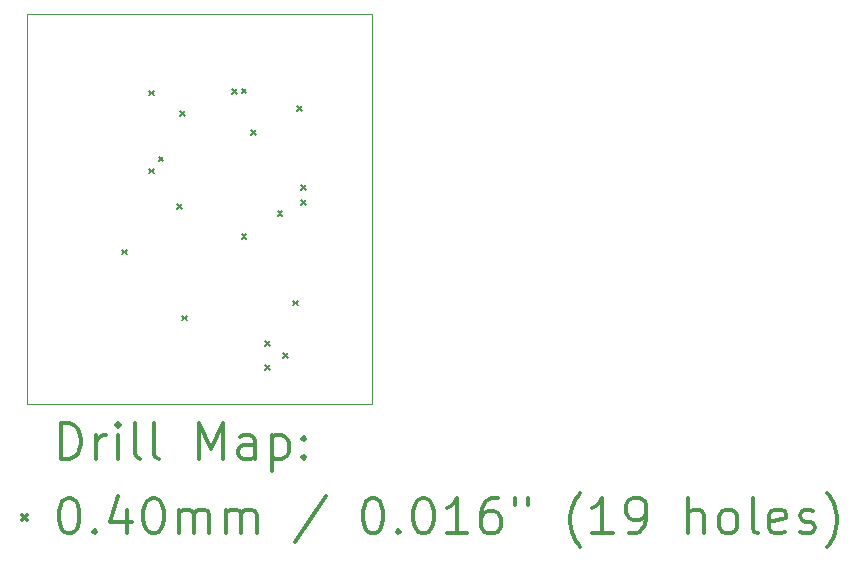
<source format=gbr>
%FSLAX45Y45*%
G04 Gerber Fmt 4.5, Leading zero omitted, Abs format (unit mm)*
G04 Created by KiCad (PCBNEW (5.1.7-0-10_14)) date 2020-11-25 20:53:20*
%MOMM*%
%LPD*%
G01*
G04 APERTURE LIST*
%TA.AperFunction,Profile*%
%ADD10C,0.050000*%
%TD*%
%ADD11C,0.200000*%
%ADD12C,0.300000*%
G04 APERTURE END LIST*
D10*
X10985500Y-10096500D02*
X10985500Y-6794500D01*
X13906500Y-10096500D02*
X10985500Y-10096500D01*
X13906500Y-6794500D02*
X13906500Y-10096500D01*
X10985500Y-6794500D02*
X13906500Y-6794500D01*
D11*
X11791000Y-8793800D02*
X11831000Y-8833800D01*
X11831000Y-8793800D02*
X11791000Y-8833800D01*
X12019600Y-7447600D02*
X12059600Y-7487600D01*
X12059600Y-7447600D02*
X12019600Y-7487600D01*
X12019600Y-8108000D02*
X12059600Y-8148000D01*
X12059600Y-8108000D02*
X12019600Y-8148000D01*
X12097700Y-8004500D02*
X12137700Y-8044500D01*
X12137700Y-8004500D02*
X12097700Y-8044500D01*
X12255000Y-8406000D02*
X12295000Y-8446000D01*
X12295000Y-8406000D02*
X12255000Y-8446000D01*
X12279500Y-7619500D02*
X12319500Y-7659500D01*
X12319500Y-7619500D02*
X12279500Y-7659500D01*
X12299000Y-9352600D02*
X12339000Y-9392600D01*
X12339000Y-9352600D02*
X12299000Y-9392600D01*
X12720000Y-7433000D02*
X12760000Y-7473000D01*
X12760000Y-7433000D02*
X12720000Y-7473000D01*
X12800000Y-7429200D02*
X12840000Y-7469200D01*
X12840000Y-7429200D02*
X12800000Y-7469200D01*
X12800000Y-8659800D02*
X12840000Y-8699800D01*
X12840000Y-8659800D02*
X12800000Y-8699800D01*
X12880000Y-7781000D02*
X12920000Y-7821000D01*
X12920000Y-7781000D02*
X12880000Y-7821000D01*
X12997500Y-9568500D02*
X13037500Y-9608500D01*
X13037500Y-9568500D02*
X12997500Y-9608500D01*
X13000700Y-9768500D02*
X13040700Y-9808500D01*
X13040700Y-9768500D02*
X13000700Y-9808500D01*
X13105900Y-8469500D02*
X13145900Y-8509500D01*
X13145900Y-8469500D02*
X13105900Y-8509500D01*
X13151500Y-9668500D02*
X13191500Y-9708500D01*
X13191500Y-9668500D02*
X13151500Y-9708500D01*
X13238800Y-9225600D02*
X13278800Y-9265600D01*
X13278800Y-9225600D02*
X13238800Y-9265600D01*
X13272000Y-7579500D02*
X13312000Y-7619500D01*
X13312000Y-7579500D02*
X13272000Y-7619500D01*
X13304750Y-8372250D02*
X13344750Y-8412250D01*
X13344750Y-8372250D02*
X13304750Y-8412250D01*
X13305500Y-8244500D02*
X13345500Y-8284500D01*
X13345500Y-8244500D02*
X13305500Y-8284500D01*
D12*
X11269428Y-10564714D02*
X11269428Y-10264714D01*
X11340857Y-10264714D01*
X11383714Y-10279000D01*
X11412286Y-10307572D01*
X11426571Y-10336143D01*
X11440857Y-10393286D01*
X11440857Y-10436143D01*
X11426571Y-10493286D01*
X11412286Y-10521857D01*
X11383714Y-10550429D01*
X11340857Y-10564714D01*
X11269428Y-10564714D01*
X11569428Y-10564714D02*
X11569428Y-10364714D01*
X11569428Y-10421857D02*
X11583714Y-10393286D01*
X11598000Y-10379000D01*
X11626571Y-10364714D01*
X11655143Y-10364714D01*
X11755143Y-10564714D02*
X11755143Y-10364714D01*
X11755143Y-10264714D02*
X11740857Y-10279000D01*
X11755143Y-10293286D01*
X11769428Y-10279000D01*
X11755143Y-10264714D01*
X11755143Y-10293286D01*
X11940857Y-10564714D02*
X11912286Y-10550429D01*
X11898000Y-10521857D01*
X11898000Y-10264714D01*
X12098000Y-10564714D02*
X12069428Y-10550429D01*
X12055143Y-10521857D01*
X12055143Y-10264714D01*
X12440857Y-10564714D02*
X12440857Y-10264714D01*
X12540857Y-10479000D01*
X12640857Y-10264714D01*
X12640857Y-10564714D01*
X12912286Y-10564714D02*
X12912286Y-10407572D01*
X12898000Y-10379000D01*
X12869428Y-10364714D01*
X12812286Y-10364714D01*
X12783714Y-10379000D01*
X12912286Y-10550429D02*
X12883714Y-10564714D01*
X12812286Y-10564714D01*
X12783714Y-10550429D01*
X12769428Y-10521857D01*
X12769428Y-10493286D01*
X12783714Y-10464714D01*
X12812286Y-10450429D01*
X12883714Y-10450429D01*
X12912286Y-10436143D01*
X13055143Y-10364714D02*
X13055143Y-10664714D01*
X13055143Y-10379000D02*
X13083714Y-10364714D01*
X13140857Y-10364714D01*
X13169428Y-10379000D01*
X13183714Y-10393286D01*
X13198000Y-10421857D01*
X13198000Y-10507572D01*
X13183714Y-10536143D01*
X13169428Y-10550429D01*
X13140857Y-10564714D01*
X13083714Y-10564714D01*
X13055143Y-10550429D01*
X13326571Y-10536143D02*
X13340857Y-10550429D01*
X13326571Y-10564714D01*
X13312286Y-10550429D01*
X13326571Y-10536143D01*
X13326571Y-10564714D01*
X13326571Y-10379000D02*
X13340857Y-10393286D01*
X13326571Y-10407572D01*
X13312286Y-10393286D01*
X13326571Y-10379000D01*
X13326571Y-10407572D01*
X10943000Y-11039000D02*
X10983000Y-11079000D01*
X10983000Y-11039000D02*
X10943000Y-11079000D01*
X11326571Y-10894714D02*
X11355143Y-10894714D01*
X11383714Y-10909000D01*
X11398000Y-10923286D01*
X11412286Y-10951857D01*
X11426571Y-11009000D01*
X11426571Y-11080429D01*
X11412286Y-11137572D01*
X11398000Y-11166143D01*
X11383714Y-11180429D01*
X11355143Y-11194714D01*
X11326571Y-11194714D01*
X11298000Y-11180429D01*
X11283714Y-11166143D01*
X11269428Y-11137572D01*
X11255143Y-11080429D01*
X11255143Y-11009000D01*
X11269428Y-10951857D01*
X11283714Y-10923286D01*
X11298000Y-10909000D01*
X11326571Y-10894714D01*
X11555143Y-11166143D02*
X11569428Y-11180429D01*
X11555143Y-11194714D01*
X11540857Y-11180429D01*
X11555143Y-11166143D01*
X11555143Y-11194714D01*
X11826571Y-10994714D02*
X11826571Y-11194714D01*
X11755143Y-10880429D02*
X11683714Y-11094714D01*
X11869428Y-11094714D01*
X12040857Y-10894714D02*
X12069428Y-10894714D01*
X12098000Y-10909000D01*
X12112286Y-10923286D01*
X12126571Y-10951857D01*
X12140857Y-11009000D01*
X12140857Y-11080429D01*
X12126571Y-11137572D01*
X12112286Y-11166143D01*
X12098000Y-11180429D01*
X12069428Y-11194714D01*
X12040857Y-11194714D01*
X12012286Y-11180429D01*
X11998000Y-11166143D01*
X11983714Y-11137572D01*
X11969428Y-11080429D01*
X11969428Y-11009000D01*
X11983714Y-10951857D01*
X11998000Y-10923286D01*
X12012286Y-10909000D01*
X12040857Y-10894714D01*
X12269428Y-11194714D02*
X12269428Y-10994714D01*
X12269428Y-11023286D02*
X12283714Y-11009000D01*
X12312286Y-10994714D01*
X12355143Y-10994714D01*
X12383714Y-11009000D01*
X12398000Y-11037572D01*
X12398000Y-11194714D01*
X12398000Y-11037572D02*
X12412286Y-11009000D01*
X12440857Y-10994714D01*
X12483714Y-10994714D01*
X12512286Y-11009000D01*
X12526571Y-11037572D01*
X12526571Y-11194714D01*
X12669428Y-11194714D02*
X12669428Y-10994714D01*
X12669428Y-11023286D02*
X12683714Y-11009000D01*
X12712286Y-10994714D01*
X12755143Y-10994714D01*
X12783714Y-11009000D01*
X12798000Y-11037572D01*
X12798000Y-11194714D01*
X12798000Y-11037572D02*
X12812286Y-11009000D01*
X12840857Y-10994714D01*
X12883714Y-10994714D01*
X12912286Y-11009000D01*
X12926571Y-11037572D01*
X12926571Y-11194714D01*
X13512286Y-10880429D02*
X13255143Y-11266143D01*
X13898000Y-10894714D02*
X13926571Y-10894714D01*
X13955143Y-10909000D01*
X13969428Y-10923286D01*
X13983714Y-10951857D01*
X13998000Y-11009000D01*
X13998000Y-11080429D01*
X13983714Y-11137572D01*
X13969428Y-11166143D01*
X13955143Y-11180429D01*
X13926571Y-11194714D01*
X13898000Y-11194714D01*
X13869428Y-11180429D01*
X13855143Y-11166143D01*
X13840857Y-11137572D01*
X13826571Y-11080429D01*
X13826571Y-11009000D01*
X13840857Y-10951857D01*
X13855143Y-10923286D01*
X13869428Y-10909000D01*
X13898000Y-10894714D01*
X14126571Y-11166143D02*
X14140857Y-11180429D01*
X14126571Y-11194714D01*
X14112286Y-11180429D01*
X14126571Y-11166143D01*
X14126571Y-11194714D01*
X14326571Y-10894714D02*
X14355143Y-10894714D01*
X14383714Y-10909000D01*
X14398000Y-10923286D01*
X14412286Y-10951857D01*
X14426571Y-11009000D01*
X14426571Y-11080429D01*
X14412286Y-11137572D01*
X14398000Y-11166143D01*
X14383714Y-11180429D01*
X14355143Y-11194714D01*
X14326571Y-11194714D01*
X14298000Y-11180429D01*
X14283714Y-11166143D01*
X14269428Y-11137572D01*
X14255143Y-11080429D01*
X14255143Y-11009000D01*
X14269428Y-10951857D01*
X14283714Y-10923286D01*
X14298000Y-10909000D01*
X14326571Y-10894714D01*
X14712286Y-11194714D02*
X14540857Y-11194714D01*
X14626571Y-11194714D02*
X14626571Y-10894714D01*
X14598000Y-10937572D01*
X14569428Y-10966143D01*
X14540857Y-10980429D01*
X14969428Y-10894714D02*
X14912286Y-10894714D01*
X14883714Y-10909000D01*
X14869428Y-10923286D01*
X14840857Y-10966143D01*
X14826571Y-11023286D01*
X14826571Y-11137572D01*
X14840857Y-11166143D01*
X14855143Y-11180429D01*
X14883714Y-11194714D01*
X14940857Y-11194714D01*
X14969428Y-11180429D01*
X14983714Y-11166143D01*
X14998000Y-11137572D01*
X14998000Y-11066143D01*
X14983714Y-11037572D01*
X14969428Y-11023286D01*
X14940857Y-11009000D01*
X14883714Y-11009000D01*
X14855143Y-11023286D01*
X14840857Y-11037572D01*
X14826571Y-11066143D01*
X15112286Y-10894714D02*
X15112286Y-10951857D01*
X15226571Y-10894714D02*
X15226571Y-10951857D01*
X15669428Y-11309000D02*
X15655143Y-11294714D01*
X15626571Y-11251857D01*
X15612286Y-11223286D01*
X15598000Y-11180429D01*
X15583714Y-11109000D01*
X15583714Y-11051857D01*
X15598000Y-10980429D01*
X15612286Y-10937572D01*
X15626571Y-10909000D01*
X15655143Y-10866143D01*
X15669428Y-10851857D01*
X15940857Y-11194714D02*
X15769428Y-11194714D01*
X15855143Y-11194714D02*
X15855143Y-10894714D01*
X15826571Y-10937572D01*
X15798000Y-10966143D01*
X15769428Y-10980429D01*
X16083714Y-11194714D02*
X16140857Y-11194714D01*
X16169428Y-11180429D01*
X16183714Y-11166143D01*
X16212286Y-11123286D01*
X16226571Y-11066143D01*
X16226571Y-10951857D01*
X16212286Y-10923286D01*
X16198000Y-10909000D01*
X16169428Y-10894714D01*
X16112286Y-10894714D01*
X16083714Y-10909000D01*
X16069428Y-10923286D01*
X16055143Y-10951857D01*
X16055143Y-11023286D01*
X16069428Y-11051857D01*
X16083714Y-11066143D01*
X16112286Y-11080429D01*
X16169428Y-11080429D01*
X16198000Y-11066143D01*
X16212286Y-11051857D01*
X16226571Y-11023286D01*
X16583714Y-11194714D02*
X16583714Y-10894714D01*
X16712286Y-11194714D02*
X16712286Y-11037572D01*
X16698000Y-11009000D01*
X16669428Y-10994714D01*
X16626571Y-10994714D01*
X16598000Y-11009000D01*
X16583714Y-11023286D01*
X16898000Y-11194714D02*
X16869428Y-11180429D01*
X16855143Y-11166143D01*
X16840857Y-11137572D01*
X16840857Y-11051857D01*
X16855143Y-11023286D01*
X16869428Y-11009000D01*
X16898000Y-10994714D01*
X16940857Y-10994714D01*
X16969428Y-11009000D01*
X16983714Y-11023286D01*
X16998000Y-11051857D01*
X16998000Y-11137572D01*
X16983714Y-11166143D01*
X16969428Y-11180429D01*
X16940857Y-11194714D01*
X16898000Y-11194714D01*
X17169428Y-11194714D02*
X17140857Y-11180429D01*
X17126571Y-11151857D01*
X17126571Y-10894714D01*
X17398000Y-11180429D02*
X17369428Y-11194714D01*
X17312286Y-11194714D01*
X17283714Y-11180429D01*
X17269428Y-11151857D01*
X17269428Y-11037572D01*
X17283714Y-11009000D01*
X17312286Y-10994714D01*
X17369428Y-10994714D01*
X17398000Y-11009000D01*
X17412286Y-11037572D01*
X17412286Y-11066143D01*
X17269428Y-11094714D01*
X17526571Y-11180429D02*
X17555143Y-11194714D01*
X17612286Y-11194714D01*
X17640857Y-11180429D01*
X17655143Y-11151857D01*
X17655143Y-11137572D01*
X17640857Y-11109000D01*
X17612286Y-11094714D01*
X17569428Y-11094714D01*
X17540857Y-11080429D01*
X17526571Y-11051857D01*
X17526571Y-11037572D01*
X17540857Y-11009000D01*
X17569428Y-10994714D01*
X17612286Y-10994714D01*
X17640857Y-11009000D01*
X17755143Y-11309000D02*
X17769428Y-11294714D01*
X17798000Y-11251857D01*
X17812286Y-11223286D01*
X17826571Y-11180429D01*
X17840857Y-11109000D01*
X17840857Y-11051857D01*
X17826571Y-10980429D01*
X17812286Y-10937572D01*
X17798000Y-10909000D01*
X17769428Y-10866143D01*
X17755143Y-10851857D01*
M02*

</source>
